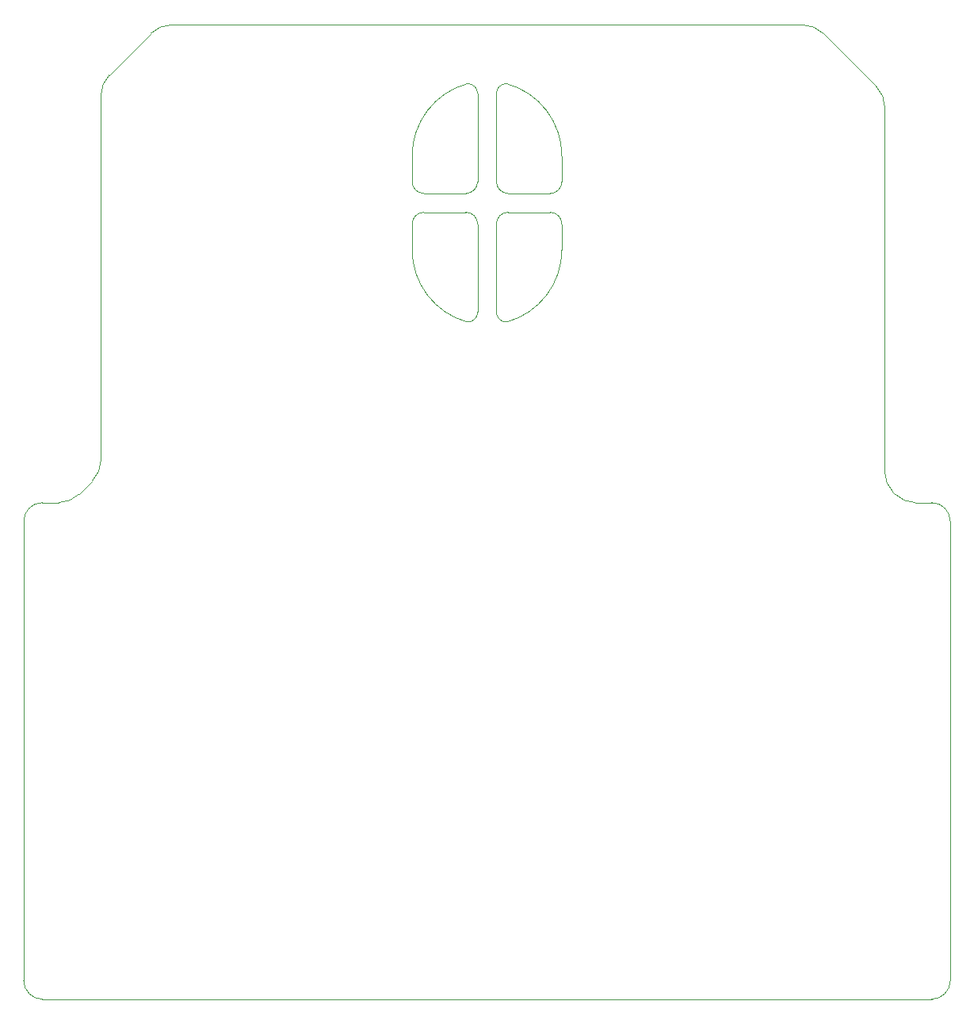
<source format=gbp>
G04*
G04 #@! TF.GenerationSoftware,Altium Limited,Altium Designer,24.2.2 (26)*
G04*
G04 Layer_Color=128*
%FSLAX25Y25*%
%MOIN*%
G70*
G04*
G04 #@! TF.SameCoordinates,414444BF-B964-4898-950E-571982E1B149*
G04*
G04*
G04 #@! TF.FilePolarity,Positive*
G04*
G01*
G75*
%ADD16C,0.00394*%
D16*
X318403Y87687D02*
G03*
X341747Y118110I-8152J30423D01*
G01*
X314188Y91902D02*
G03*
X318403Y87687I4215J0D01*
G01*
X278755Y118110D02*
G03*
X302100Y87687I31496J0D01*
G01*
D02*
G03*
X306314Y91902I0J4215D01*
G01*
X278755Y146733D02*
G03*
X283755Y141733I5000J0D01*
G01*
Y133858D02*
G03*
X278755Y128858I0J-5000D01*
G01*
X318403Y187903D02*
G03*
X314188Y183688I0J-4215D01*
G01*
X341747Y157480D02*
G03*
X318403Y187903I-31496J0D01*
G01*
X306314Y183689D02*
G03*
X302100Y187904I-4215J0D01*
G01*
D02*
G03*
X278755Y157481I8152J-30423D01*
G01*
X306314Y128858D02*
G03*
X301314Y133858I-5000J0D01*
G01*
X341747Y128858D02*
G03*
X336747Y133858I-5000J0D01*
G01*
X319188D02*
G03*
X314188Y128858I0J-5000D01*
G01*
X301314Y141733D02*
G03*
X306314Y146733I0J5000D01*
G01*
X314188Y146732D02*
G03*
X319188Y141732I5000J0D01*
G01*
X336747D02*
G03*
X341747Y146732I0J5000D01*
G01*
X123243Y11812D02*
G03*
X115368Y3937I0J-7875D01*
G01*
Y-188976D02*
G03*
X123243Y-196851I7875J0D01*
G01*
X497259D02*
G03*
X505134Y-188976I0J7875D01*
G01*
Y3937D02*
G03*
X497259Y11812I-7875J0D01*
G01*
X481913Y15347D02*
G03*
X490448Y11811I8535J8535D01*
G01*
X130054D02*
G03*
X138590Y15347I0J12071D01*
G01*
X477574Y24685D02*
G03*
X481110Y16150I12071J0D01*
G01*
X144314Y21071D02*
G03*
X147850Y29606I-8535J8535D01*
G01*
X477574Y178071D02*
G03*
X474039Y186606I-12071J0D01*
G01*
X451582Y209063D02*
G03*
X443047Y212598I-8535J-8535D01*
G01*
X177456D02*
G03*
X168921Y209063I0J-12071D01*
G01*
X151385Y191528D02*
G03*
X147850Y182992I8535J-8535D01*
G01*
X314188Y91902D02*
Y128858D01*
X278755Y128858D02*
X278755Y118110D01*
X306314Y91902D02*
Y128858D01*
X341747Y118110D02*
Y128858D01*
X278755Y146733D02*
Y157481D01*
X314188Y146732D02*
Y183688D01*
X341747Y146732D02*
Y157480D01*
X306314Y146733D02*
Y183689D01*
X301314Y133858D02*
X283755D01*
X336747D02*
X319188D01*
X301314Y141733D02*
X283755D01*
X336747Y141732D02*
X319188D01*
X115369Y-188977D02*
Y3938D01*
X130054Y11811D02*
X123243D01*
X497260Y-196850D02*
X123243D01*
X505133Y-188977D02*
Y3938D01*
X497260Y11811D02*
X490448D01*
X481913Y15347D02*
X481511Y15748D01*
X138991D02*
X138590Y15347D01*
X481511Y15748D02*
X481110Y16150D01*
X477574Y24685D02*
Y31575D01*
X144314Y21071D02*
X138991Y15748D01*
X147850Y29606D02*
Y29766D01*
X477574Y31575D02*
Y178071D01*
X474039Y186606D02*
X451582Y209063D01*
X443047Y212598D02*
X177456D01*
X168921Y209063D02*
X151385Y191528D01*
X147850Y29766D02*
Y182992D01*
M02*

</source>
